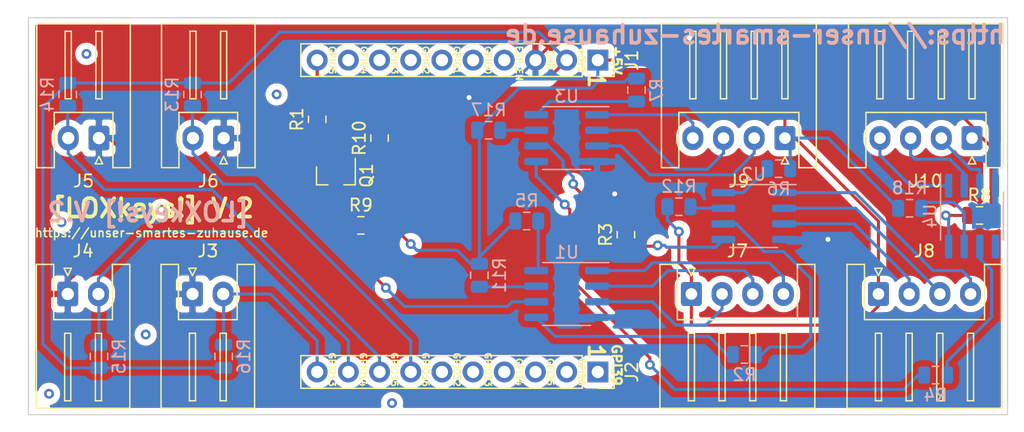
<source format=kicad_pcb>
(kicad_pcb (version 20171130) (host pcbnew "(5.1.5)-3")
  (layers (0 F.Cu signal) (31 B.Cu signal) (34 B.Paste user) (35 F.Paste user) (36 B.SilkS user hide) (37 F.SilkS user) (38 B.Mask user) (39 F.Mask user) (44 Edge.Cuts user))
  (net 0 "")
  (net 1 "Net-(Q1-Pad3)")
  (net 2 "Net-(Q1-Pad2)")
  (net 3 "Net-(J7-Pad4)")
  (net 4 "Net-(J7-Pad3)")
  (net 5 "Net-(J7-Pad2)")
  (net 6 "Net-(J8-Pad4)")
  (net 7 "Net-(J8-Pad3)")
  (net 8 "Net-(J8-Pad2)")
  (net 9 "Net-(J9-Pad4)")
  (net 10 "Net-(J9-Pad3)")
  (net 11 "Net-(J9-Pad2)")
  (net 12 "Net-(J10-Pad4)")
  (net 13 "Net-(J10-Pad3)")
  (net 14 "Net-(J10-Pad2)")
  (net 15 /GPIO5)
  (net 16 /GPIO4)
  (net 17 /GPIO3)
  (net 18 /GPIO2)
  (net 19 /GPIO1)
  (net 20 /GPIO0)
  (net 21 /ESP_EN)
  (net 22 GND)
  (net 23 +3V3)
  (net 24 +5V)
  (net 25 /GPIO13)
  (net 26 /GPIO14)
  (net 27 /GPIO15)
  (net 28 /GPIO16)
  (net 29 /GPIO32)
  (net 30 /GPIO33)
  (net 31 /GPI34)
  (net 32 /GPI35)
  (net 33 /GPI36)
  (net 34 /GPI39)
  (net 35 "Net-(R2-Pad2)")
  (net 36 "Net-(R2-Pad1)")
  (net 37 "Net-(R3-Pad2)")
  (net 38 "Net-(R3-Pad1)")
  (net 39 "Net-(R4-Pad2)")
  (net 40 "Net-(R4-Pad1)")
  (net 41 "Net-(R5-Pad1)")
  (net 42 "Net-(R6-Pad1)")
  (net 43 "Net-(R7-Pad1)")
  (net 44 "Net-(R8-Pad1)")
  (net 45 "Net-(R11-Pad1)")
  (net 46 "Net-(R12-Pad1)")
  (net 47 "Net-(R17-Pad1)")
  (net 48 "Net-(R18-Pad1)")
  (net 49 "Net-(U4-Pad5)")
  (module Connector_JST:JST_XH_S4B-XH-A_1x04_P2.50mm_Horizontal (layer F.Cu) (at 142.24 81.28)
    (fp_text reference J7 (at 3.75 -3.5) (layer F.SilkS))
    (fp_text value Conn_01x04_Male)
    (pad 4 thru_hole oval (at 7.5 0) (size 1.7 1.95) (drill 0.95) (layers *.Cu *.Mask) (net 3 "Net-(J7-Pad4)"))
    (pad 3 thru_hole oval (at 5 0) (size 1.7 1.95) (drill 0.95) (layers *.Cu *.Mask) (net 4 "Net-(J7-Pad3)"))
    (pad 2 thru_hole oval (at 2.5 0) (size 1.7 1.95) (drill 0.95) (layers *.Cu *.Mask) (net 5 "Net-(J7-Pad2)"))
    (pad 1 thru_hole roundrect (at 0 0) (size 1.7 1.95) (drill 0.95) (layers *.Cu *.Mask) (roundrect_rratio 0.147059) (net 24 +5V))
  )
  (module Connector_JST:JST_XH_S4B-XH-A_1x04_P2.50mm_Horizontal (layer F.Cu) (at 165.1 68.58 180)
    (fp_text reference J10 (at 3.75 -3.5) (layer F.SilkS))
    (fp_text value Conn_01x04_Male)
    (pad 4 thru_hole oval (at 7.5 0 180) (size 1.7 1.95) (drill 0.95) (layers *.Cu *.Mask) (net 12 "Net-(J10-Pad4)"))
    (pad 3 thru_hole oval (at 5 0 180) (size 1.7 1.95) (drill 0.95) (layers *.Cu *.Mask) (net 13 "Net-(J10-Pad3)"))
    (pad 2 thru_hole oval (at 2.5 0 180) (size 1.7 1.95) (drill 0.95) (layers *.Cu *.Mask) (net 14 "Net-(J10-Pad2)"))
    (pad 1 thru_hole roundrect (at 0 0 180) (size 1.7 1.95) (drill 0.95) (layers *.Cu *.Mask) (roundrect_rratio 0.147059) (net 24 +5V))
  )
  (module Package_SO:SOIC-8_3.9x4.9mm_P1.27mm (layer B.Cu) (at 165.1 74.93 270)
    (fp_text reference U4 (at 0 3.4 90) (layer B.SilkS) (effects (justify mirror)))
    (fp_text value WS2811)
    (pad 8 smd roundrect (at 2.475 1.905 270) (size 1.95 0.6) (layers B.Cu B.Paste B.Mask) (net 44 "Net-(R8-Pad1)"))
    (pad 7 smd roundrect (at 2.475 0.635 270) (size 1.95 0.6) (layers B.Cu B.Paste B.Mask) (net 48 "Net-(R18-Pad1)"))
    (pad 6 smd roundrect (at 2.475 -0.635 270) (size 1.95 0.6) (layers B.Cu B.Paste B.Mask) (net 39 "Net-(R4-Pad2)"))
    (pad 5 smd roundrect (at 2.475 -1.905 270) (size 1.95 0.6) (layers B.Cu B.Paste B.Mask) (net 49 "Net-(U4-Pad5)"))
    (pad 4 smd roundrect (at -2.475 -1.905 270) (size 1.95 0.6) (layers B.Cu B.Paste B.Mask) (net 22 GND))
    (pad 3 smd roundrect (at -2.475 -0.635 270) (size 1.95 0.6) (layers B.Cu B.Paste B.Mask) (net 14 "Net-(J10-Pad2)"))
    (pad 2 smd roundrect (at -2.475 0.635 270) (size 1.95 0.6) (layers B.Cu B.Paste B.Mask) (net 13 "Net-(J10-Pad3)"))
    (pad 1 smd roundrect (at -2.475 1.905 270) (size 1.95 0.6) (layers B.Cu B.Paste B.Mask) (net 12 "Net-(J10-Pad4)"))
  )
  (module Package_SO:SOIC-8_3.9x4.9mm_P1.27mm (layer B.Cu) (at 132.08 68.58 180)
    (fp_text reference U3 (at 0 3.4) (layer B.SilkS) (effects (justify mirror)))
    (fp_text value WS2811)
    (pad 8 smd roundrect (at 2.475 1.905 180) (size 1.95 0.6) (layers B.Cu B.Paste B.Mask) (net 43 "Net-(R7-Pad1)"))
    (pad 7 smd roundrect (at 2.475 0.635 180) (size 1.95 0.6) (layers B.Cu B.Paste B.Mask) (net 47 "Net-(R17-Pad1)"))
    (pad 6 smd roundrect (at 2.475 -0.635 180) (size 1.95 0.6) (layers B.Cu B.Paste B.Mask) (net 37 "Net-(R3-Pad2)"))
    (pad 5 smd roundrect (at 2.475 -1.905 180) (size 1.95 0.6) (layers B.Cu B.Paste B.Mask) (net 40 "Net-(R4-Pad1)"))
    (pad 4 smd roundrect (at -2.475 -1.905 180) (size 1.95 0.6) (layers B.Cu B.Paste B.Mask) (net 22 GND))
    (pad 3 smd roundrect (at -2.475 -0.635 180) (size 1.95 0.6) (layers B.Cu B.Paste B.Mask) (net 11 "Net-(J9-Pad2)"))
    (pad 2 smd roundrect (at -2.475 0.635 180) (size 1.95 0.6) (layers B.Cu B.Paste B.Mask) (net 10 "Net-(J9-Pad3)"))
    (pad 1 smd roundrect (at -2.475 1.905 180) (size 1.95 0.6) (layers B.Cu B.Paste B.Mask) (net 9 "Net-(J9-Pad4)"))
  )
  (module Package_SO:SOIC-8_3.9x4.9mm_P1.27mm (layer B.Cu) (at 147.32 74.93 180)
    (fp_text reference U2 (at 0 3.4 180) (layer B.SilkS) (effects (justify mirror)))
    (fp_text value WS2811)
    (pad 8 smd roundrect (at 2.475 1.905 180) (size 1.95 0.6) (layers B.Cu B.Paste B.Mask) (net 42 "Net-(R6-Pad1)"))
    (pad 7 smd roundrect (at 2.475 0.635 180) (size 1.95 0.6) (layers B.Cu B.Paste B.Mask) (net 46 "Net-(R12-Pad1)"))
    (pad 6 smd roundrect (at 2.475 -0.635 180) (size 1.95 0.6) (layers B.Cu B.Paste B.Mask) (net 35 "Net-(R2-Pad2)"))
    (pad 5 smd roundrect (at 2.475 -1.905 180) (size 1.95 0.6) (layers B.Cu B.Paste B.Mask) (net 38 "Net-(R3-Pad1)"))
    (pad 4 smd roundrect (at -2.475 -1.905 180) (size 1.95 0.6) (layers B.Cu B.Paste B.Mask) (net 22 GND))
    (pad 3 smd roundrect (at -2.475 -0.635 180) (size 1.95 0.6) (layers B.Cu B.Paste B.Mask) (net 8 "Net-(J8-Pad2)"))
    (pad 2 smd roundrect (at -2.475 0.635 180) (size 1.95 0.6) (layers B.Cu B.Paste B.Mask) (net 7 "Net-(J8-Pad3)"))
    (pad 1 smd roundrect (at -2.475 1.905 180) (size 1.95 0.6) (layers B.Cu B.Paste B.Mask) (net 6 "Net-(J8-Pad4)"))
  )
  (module Package_SO:SOIC-8_3.9x4.9mm_P1.27mm (layer B.Cu) (at 132.08 81.28 180)
    (fp_text reference U1 (at 0 3.4 180) (layer B.SilkS) (effects (justify mirror)))
    (fp_text value WS2811)
    (pad 8 smd roundrect (at 2.475 1.905 180) (size 1.95 0.6) (layers B.Cu B.Paste B.Mask) (net 41 "Net-(R5-Pad1)"))
    (pad 7 smd roundrect (at 2.475 0.635 180) (size 1.95 0.6) (layers B.Cu B.Paste B.Mask) (net 45 "Net-(R11-Pad1)"))
    (pad 6 smd roundrect (at 2.475 -0.635 180) (size 1.95 0.6) (layers B.Cu B.Paste B.Mask) (net 1 "Net-(Q1-Pad3)"))
    (pad 5 smd roundrect (at 2.475 -1.905 180) (size 1.95 0.6) (layers B.Cu B.Paste B.Mask) (net 36 "Net-(R2-Pad1)"))
    (pad 4 smd roundrect (at -2.475 -1.905 180) (size 1.95 0.6) (layers B.Cu B.Paste B.Mask) (net 22 GND))
    (pad 3 smd roundrect (at -2.475 -0.635 180) (size 1.95 0.6) (layers B.Cu B.Paste B.Mask) (net 5 "Net-(J7-Pad2)"))
    (pad 2 smd roundrect (at -2.475 0.635 180) (size 1.95 0.6) (layers B.Cu B.Paste B.Mask) (net 4 "Net-(J7-Pad3)"))
    (pad 1 smd roundrect (at -2.475 1.905 180) (size 1.95 0.6) (layers B.Cu B.Paste B.Mask) (net 3 "Net-(J7-Pad4)"))
  )
  (module Resistor_SMD:R_0805_2012Metric (layer B.Cu) (at 160.02 74.295 180)
    (fp_text reference R18 (at 0 1.65) (layer B.SilkS) (effects (justify mirror)))
    (fp_text value 0)
    (pad 2 smd roundrect (at 0.9375 0 180) (size 0.975 1.4) (layers B.Cu B.Paste B.Mask) (net 24 +5V))
    (pad 1 smd roundrect (at -0.9375 0 180) (size 0.975 1.4) (layers B.Cu B.Paste B.Mask) (net 48 "Net-(R18-Pad1)"))
  )
  (module Resistor_SMD:R_0805_2012Metric (layer B.Cu) (at 125.73 67.945 180)
    (fp_text reference R17 (at 0 1.65) (layer B.SilkS) (effects (justify mirror)))
    (fp_text value 0)
    (pad 2 smd roundrect (at 0.9375 0 180) (size 0.975 1.4) (layers B.Cu B.Paste B.Mask) (net 24 +5V))
    (pad 1 smd roundrect (at -0.9375 0 180) (size 0.975 1.4) (layers B.Cu B.Paste B.Mask) (net 47 "Net-(R17-Pad1)"))
  )
  (module Resistor_SMD:R_0805_2012Metric (layer B.Cu) (at 104.14 86.36 90)
    (fp_text reference R16 (at 0 1.65 90) (layer B.SilkS) (effects (justify mirror)))
    (fp_text value 4K7)
    (pad 2 smd roundrect (at 0.9375 0 90) (size 0.975 1.4) (layers B.Cu B.Paste B.Mask) (net 25 /GPIO13))
    (pad 1 smd roundrect (at -0.9375 0 90) (size 0.975 1.4) (layers B.Cu B.Paste B.Mask) (net 23 +3V3))
  )
  (module Resistor_SMD:R_0805_2012Metric (layer B.Cu) (at 93.98 86.36 90)
    (fp_text reference R15 (at 0 1.65 270) (layer B.SilkS) (effects (justify mirror)))
    (fp_text value 4K7)
    (pad 2 smd roundrect (at 0.9375 0 90) (size 0.975 1.4) (layers B.Cu B.Paste B.Mask) (net 26 /GPIO14))
    (pad 1 smd roundrect (at -0.9375 0 90) (size 0.975 1.4) (layers B.Cu B.Paste B.Mask) (net 23 +3V3))
  )
  (module Resistor_SMD:R_0805_2012Metric (layer B.Cu) (at 91.44 65.024 270)
    (fp_text reference R14 (at 0 1.65 90) (layer B.SilkS) (effects (justify mirror)))
    (fp_text value 4K7)
    (pad 2 smd roundrect (at 0.9375 0 270) (size 0.975 1.4) (layers B.Cu B.Paste B.Mask) (net 27 /GPIO15))
    (pad 1 smd roundrect (at -0.9375 0 270) (size 0.975 1.4) (layers B.Cu B.Paste B.Mask) (net 23 +3V3))
  )
  (module Resistor_SMD:R_0805_2012Metric (layer B.Cu) (at 101.6 65.024 270)
    (fp_text reference R13 (at 0 1.65 90) (layer B.SilkS) (effects (justify mirror)))
    (fp_text value 4K7)
    (pad 2 smd roundrect (at 0.9375 0 270) (size 0.975 1.4) (layers B.Cu B.Paste B.Mask) (net 28 /GPIO16))
    (pad 1 smd roundrect (at -0.9375 0 270) (size 0.975 1.4) (layers B.Cu B.Paste B.Mask) (net 23 +3V3))
  )
  (module Resistor_SMD:R_0805_2012Metric (layer B.Cu) (at 141.224 74.168 180)
    (fp_text reference R12 (at 0 1.65) (layer B.SilkS) (effects (justify mirror)))
    (fp_text value 0)
    (pad 2 smd roundrect (at 0.9375 0 180) (size 0.975 1.4) (layers B.Cu B.Paste B.Mask) (net 24 +5V))
    (pad 1 smd roundrect (at -0.9375 0 180) (size 0.975 1.4) (layers B.Cu B.Paste B.Mask) (net 46 "Net-(R12-Pad1)"))
  )
  (module Resistor_SMD:R_0805_2012Metric (layer B.Cu) (at 124.968 79.756 90)
    (fp_text reference R11 (at 0 1.65 270) (layer B.SilkS) (effects (justify mirror)))
    (fp_text value 0)
    (pad 2 smd roundrect (at 0.9375 0 90) (size 0.975 1.4) (layers B.Cu B.Paste B.Mask) (net 24 +5V))
    (pad 1 smd roundrect (at -0.9375 0 90) (size 0.975 1.4) (layers B.Cu B.Paste B.Mask) (net 45 "Net-(R11-Pad1)"))
  )
  (module Resistor_SMD:R_0805_2012Metric (layer F.Cu) (at 116.84 68.58 90)
    (fp_text reference R10 (at 0 -1.65 90) (layer F.SilkS))
    (fp_text value 10K)
    (pad 2 smd roundrect (at 0.9375 0 90) (size 0.975 1.4) (layers F.Cu F.Paste F.Mask) (net 2 "Net-(Q1-Pad2)"))
    (pad 1 smd roundrect (at -0.9375 0 90) (size 0.975 1.4) (layers F.Cu F.Paste F.Mask) (net 23 +3V3))
  )
  (module Resistor_SMD:R_0805_2012Metric (layer F.Cu) (at 115.316 75.692)
    (fp_text reference R9 (at 0 -1.65) (layer F.SilkS))
    (fp_text value 10K)
    (pad 2 smd roundrect (at 0.9375 0) (size 0.975 1.4) (layers F.Cu F.Paste F.Mask) (net 24 +5V))
    (pad 1 smd roundrect (at -0.9375 0) (size 0.975 1.4) (layers F.Cu F.Paste F.Mask) (net 1 "Net-(Q1-Pad3)"))
  )
  (module Resistor_SMD:R_0805_2012Metric (layer F.Cu) (at 165.7096 74.8792)
    (fp_text reference R8 (at 0 -1.65) (layer F.SilkS))
    (fp_text value 100)
    (pad 2 smd roundrect (at 0.9375 0) (size 0.975 1.4) (layers F.Cu F.Paste F.Mask) (net 24 +5V))
    (pad 1 smd roundrect (at -0.9375 0) (size 0.975 1.4) (layers F.Cu F.Paste F.Mask) (net 44 "Net-(R8-Pad1)"))
  )
  (module Resistor_SMD:R_0805_2012Metric (layer B.Cu) (at 137.7696 64.6684 90)
    (fp_text reference R7 (at 0 1.65 90) (layer B.SilkS) (effects (justify mirror)))
    (fp_text value 100)
    (pad 2 smd roundrect (at 0.9375 0 90) (size 0.975 1.4) (layers B.Cu B.Paste B.Mask) (net 24 +5V))
    (pad 1 smd roundrect (at -0.9375 0 90) (size 0.975 1.4) (layers B.Cu B.Paste B.Mask) (net 43 "Net-(R7-Pad1)"))
  )
  (module Resistor_SMD:R_0805_2012Metric (layer B.Cu) (at 149.352 71.0692)
    (fp_text reference R6 (at 0 1.65) (layer B.SilkS) (effects (justify mirror)))
    (fp_text value 100)
    (pad 2 smd roundrect (at 0.9375 0) (size 0.975 1.4) (layers B.Cu B.Paste B.Mask) (net 24 +5V))
    (pad 1 smd roundrect (at -0.9375 0) (size 0.975 1.4) (layers B.Cu B.Paste B.Mask) (net 42 "Net-(R6-Pad1)"))
  )
  (module Resistor_SMD:R_0805_2012Metric (layer B.Cu) (at 128.8288 75.3364 180)
    (fp_text reference R5 (at 0 1.65) (layer B.SilkS) (effects (justify mirror)))
    (fp_text value 100)
    (pad 2 smd roundrect (at 0.9375 0 180) (size 0.975 1.4) (layers B.Cu B.Paste B.Mask) (net 24 +5V))
    (pad 1 smd roundrect (at -0.9375 0 180) (size 0.975 1.4) (layers B.Cu B.Paste B.Mask) (net 41 "Net-(R5-Pad1)"))
  )
  (module Resistor_SMD:R_0805_2012Metric (layer B.Cu) (at 162.1305 87.884)
    (fp_text reference R4 (at 0 1.65) (layer B.SilkS) (effects (justify mirror)))
    (fp_text value 33)
    (pad 2 smd roundrect (at 0.9375 0) (size 0.975 1.4) (layers B.Cu B.Paste B.Mask) (net 39 "Net-(R4-Pad2)"))
    (pad 1 smd roundrect (at -0.9375 0) (size 0.975 1.4) (layers B.Cu B.Paste B.Mask) (net 40 "Net-(R4-Pad1)"))
  )
  (module Resistor_SMD:R_0805_2012Metric (layer F.Cu) (at 136.906 76.454 90)
    (fp_text reference R3 (at 0 -1.65 90) (layer F.SilkS))
    (fp_text value 33)
    (pad 2 smd roundrect (at 0.9375 0 90) (size 0.975 1.4) (layers F.Cu F.Paste F.Mask) (net 37 "Net-(R3-Pad2)"))
    (pad 1 smd roundrect (at -0.9375 0 90) (size 0.975 1.4) (layers F.Cu F.Paste F.Mask) (net 38 "Net-(R3-Pad1)"))
  )
  (module Resistor_SMD:R_0805_2012Metric (layer B.Cu) (at 146.558 86.2076)
    (fp_text reference R2 (at 0 1.65) (layer B.SilkS) (effects (justify mirror)))
    (fp_text value 33)
    (pad 2 smd roundrect (at 0.9375 0) (size 0.975 1.4) (layers B.Cu B.Paste B.Mask) (net 35 "Net-(R2-Pad2)"))
    (pad 1 smd roundrect (at -0.9375 0) (size 0.975 1.4) (layers B.Cu B.Paste B.Mask) (net 36 "Net-(R2-Pad1)"))
  )
  (module Resistor_SMD:R_0805_2012Metric (layer F.Cu) (at 111.76 67.056 90)
    (fp_text reference R1 (at 0 -1.65 90) (layer F.SilkS))
    (fp_text value 300)
    (pad 2 smd roundrect (at 0.9375 0 90) (size 0.975 1.4) (layers F.Cu F.Paste F.Mask) (net 15 /GPIO5))
    (pad 1 smd roundrect (at -0.9375 0 90) (size 0.975 1.4) (layers F.Cu F.Paste F.Mask) (net 2 "Net-(Q1-Pad2)"))
  )
  (module Package_TO_SOT_SMD:SOT-23 (layer F.Cu) (at 113.284 71.628 270)
    (fp_text reference Q1 (at 0 -2.5 90) (layer F.SilkS))
    (fp_text value BSS138)
    (pad 3 smd rect (at 1 0 270) (size 0.9 0.8) (layers F.Cu F.Paste F.Mask) (net 1 "Net-(Q1-Pad3)"))
    (pad 2 smd rect (at -1 0.95 270) (size 0.9 0.8) (layers F.Cu F.Paste F.Mask) (net 2 "Net-(Q1-Pad2)"))
    (pad 1 smd rect (at -1 -0.95 270) (size 0.9 0.8) (layers F.Cu F.Paste F.Mask) (net 23 +3V3))
  )
  (module Connector_JST:JST_XH_S4B-XH-A_1x04_P2.50mm_Horizontal (layer F.Cu) (at 149.86 68.58 180)
    (fp_text reference J9 (at 3.75 -3.5) (layer F.SilkS))
    (fp_text value Conn_01x04_Male)
    (pad 4 thru_hole oval (at 7.5 0 180) (size 1.7 1.95) (drill 0.95) (layers *.Cu *.Mask) (net 9 "Net-(J9-Pad4)"))
    (pad 3 thru_hole oval (at 5 0 180) (size 1.7 1.95) (drill 0.95) (layers *.Cu *.Mask) (net 10 "Net-(J9-Pad3)"))
    (pad 2 thru_hole oval (at 2.5 0 180) (size 1.7 1.95) (drill 0.95) (layers *.Cu *.Mask) (net 11 "Net-(J9-Pad2)"))
    (pad 1 thru_hole roundrect (at 0 0 180) (size 1.7 1.95) (drill 0.95) (layers *.Cu *.Mask) (roundrect_rratio 0.147059) (net 24 +5V))
  )
  (module Connector_JST:JST_XH_S4B-XH-A_1x04_P2.50mm_Horizontal (layer F.Cu) (at 157.48 81.28)
    (fp_text reference J8 (at 3.75 -3.5) (layer F.SilkS))
    (fp_text value Conn_01x04_Male)
    (pad 4 thru_hole oval (at 7.5 0) (size 1.7 1.95) (drill 0.95) (layers *.Cu *.Mask) (net 6 "Net-(J8-Pad4)"))
    (pad 3 thru_hole oval (at 5 0) (size 1.7 1.95) (drill 0.95) (layers *.Cu *.Mask) (net 7 "Net-(J8-Pad3)"))
    (pad 2 thru_hole oval (at 2.5 0) (size 1.7 1.95) (drill 0.95) (layers *.Cu *.Mask) (net 8 "Net-(J8-Pad2)"))
    (pad 1 thru_hole roundrect (at 0 0) (size 1.7 1.95) (drill 0.95) (layers *.Cu *.Mask) (roundrect_rratio 0.147059) (net 24 +5V))
  )
  (module Connector_JST:JST_XH_S2B-XH-A_1x02_P2.50mm_Horizontal (layer F.Cu) (at 104.14 68.58 180)
    (fp_text reference J6 (at 1.25 -3.5) (layer F.SilkS))
    (fp_text value Conn_01x02_Male)
    (pad 2 thru_hole oval (at 2.5 0 180) (size 1.7 2) (drill 1) (layers *.Cu *.Mask) (net 28 /GPIO16))
    (pad 1 thru_hole roundrect (at 0 0 180) (size 1.7 2) (drill 1) (layers *.Cu *.Mask) (roundrect_rratio 0.147059) (net 22 GND))
  )
  (module Connector_JST:JST_XH_S2B-XH-A_1x02_P2.50mm_Horizontal (layer F.Cu) (at 93.98 68.58 180)
    (fp_text reference J5 (at 1.25 -3.5) (layer F.SilkS))
    (fp_text value Conn_01x02_Male)
    (pad 2 thru_hole oval (at 2.5 0 180) (size 1.7 2) (drill 1) (layers *.Cu *.Mask) (net 27 /GPIO15))
    (pad 1 thru_hole roundrect (at 0 0 180) (size 1.7 2) (drill 1) (layers *.Cu *.Mask) (roundrect_rratio 0.147059) (net 22 GND))
  )
  (module Connector_JST:JST_XH_S2B-XH-A_1x02_P2.50mm_Horizontal (layer F.Cu) (at 91.44 81.28)
    (fp_text reference J4 (at 1.25 -3.5) (layer F.SilkS))
    (fp_text value Conn_01x02_Male)
    (pad 2 thru_hole oval (at 2.5 0) (size 1.7 2) (drill 1) (layers *.Cu *.Mask) (net 26 /GPIO14))
    (pad 1 thru_hole roundrect (at 0 0) (size 1.7 2) (drill 1) (layers *.Cu *.Mask) (roundrect_rratio 0.147059) (net 22 GND))
  )
  (module Connector_JST:JST_XH_S2B-XH-A_1x02_P2.50mm_Horizontal (layer F.Cu) (at 101.6 81.28)
    (fp_text reference J3 (at 1.25 -3.5) (layer F.SilkS))
    (fp_text value Conn_01x02_Male)
    (pad 2 thru_hole oval (at 2.5 0) (size 1.7 2) (drill 1) (layers *.Cu *.Mask) (net 25 /GPIO13))
    (pad 1 thru_hole roundrect (at 0 0) (size 1.7 2) (drill 1) (layers *.Cu *.Mask) (roundrect_rratio 0.147059) (net 22 GND))
  )
  (module Connector_PinSocket_2.54mm:PinSocket_1x10_P2.54mm_Vertical (layer F.Cu) (at 134.62 87.63 270)
    (fp_text reference J2 (at 0 -2.77 90) (layer F.SilkS))
    (fp_text value Conn_01x10_Female hide)
    (pad 10 thru_hole oval (at 0 22.86 270) (size 1.7 1.7) (drill 1) (layers *.Cu *.Mask) (net 25 /GPIO13))
    (pad 9 thru_hole oval (at 0 20.32 270) (size 1.7 1.7) (drill 1) (layers *.Cu *.Mask) (net 26 /GPIO14))
    (pad 8 thru_hole oval (at 0 17.78 270) (size 1.7 1.7) (drill 1) (layers *.Cu *.Mask) (net 27 /GPIO15))
    (pad 7 thru_hole oval (at 0 15.24 270) (size 1.7 1.7) (drill 1) (layers *.Cu *.Mask) (net 28 /GPIO16))
    (pad 6 thru_hole oval (at 0 12.7 270) (size 1.7 1.7) (drill 1) (layers *.Cu *.Mask) (net 29 /GPIO32))
    (pad 5 thru_hole oval (at 0 10.16 270) (size 1.7 1.7) (drill 1) (layers *.Cu *.Mask) (net 30 /GPIO33))
    (pad 4 thru_hole oval (at 0 7.62 270) (size 1.7 1.7) (drill 1) (layers *.Cu *.Mask) (net 31 /GPI34))
    (pad 3 thru_hole oval (at 0 5.08 270) (size 1.7 1.7) (drill 1) (layers *.Cu *.Mask) (net 32 /GPI35))
    (pad 2 thru_hole oval (at 0 2.54 270) (size 1.7 1.7) (drill 1) (layers *.Cu *.Mask) (net 33 /GPI36))
    (pad 1 thru_hole rect (at 0 0 270) (size 1.7 1.7) (drill 1) (layers *.Cu *.Mask) (net 34 /GPI39))
  )
  (module Connector_PinSocket_2.54mm:PinSocket_1x10_P2.54mm_Vertical (layer F.Cu) (at 134.62 62.23 270)
    (fp_text reference J1 (at 0 -2.77 90) (layer F.SilkS))
    (fp_text value Conn_01x10_Female hide)
    (pad 10 thru_hole oval (at 0 22.86 270) (size 1.7 1.7) (drill 1) (layers *.Cu *.Mask) (net 15 /GPIO5))
    (pad 9 thru_hole oval (at 0 20.32 270) (size 1.7 1.7) (drill 1) (layers *.Cu *.Mask) (net 16 /GPIO4))
    (pad 8 thru_hole oval (at 0 17.78 270) (size 1.7 1.7) (drill 1) (layers *.Cu *.Mask) (net 17 /GPIO3))
    (pad 7 thru_hole oval (at 0 15.24 270) (size 1.7 1.7) (drill 1) (layers *.Cu *.Mask) (net 18 /GPIO2))
    (pad 6 thru_hole oval (at 0 12.7 270) (size 1.7 1.7) (drill 1) (layers *.Cu *.Mask) (net 19 /GPIO1))
    (pad 5 thru_hole oval (at 0 10.16 270) (size 1.7 1.7) (drill 1) (layers *.Cu *.Mask) (net 20 /GPIO0))
    (pad 4 thru_hole oval (at 0 7.62 270) (size 1.7 1.7) (drill 1) (layers *.Cu *.Mask) (net 21 /ESP_EN))
    (pad 3 thru_hole oval (at 0 5.08 270) (size 1.7 1.7) (drill 1) (layers *.Cu *.Mask) (net 22 GND))
    (pad 2 thru_hole oval (at 0 2.54 270) (size 1.7 1.7) (drill 1) (layers *.Cu *.Mask) (net 23 +3V3))
    (pad 1 thru_hole rect (at 0 0 270) (size 1.7 1.7) (drill 1) (layers *.Cu *.Mask) (net 24 +5V))
  )
  (gr_line (start 167.9956 58.7756) (end 167.9956 91.1098) (layer Edge.Cuts) (width 0.1))
  (gr_line (start 88.2396 58.7756) (end 167.9956 58.7756) (layer Edge.Cuts) (width 0.1))
  (gr_line (start 88.2396 91.1098) (end 88.2396 58.7756) (layer Edge.Cuts) (width 0.1))
  (gr_line (start 167.9956 91.1098) (end 88.2396 91.1098) (layer Edge.Cuts) (width 0.1))
  (gr_text https://unser-smartes-zuhause.de (at 147.4216 60.1472) (layer B.SilkS) (effects (font (size 1.5 1.5) (thickness 0.3)) (justify mirror)))
  (gr_text "[LOXkeys!] V.2" (at 97.9932 74.6252) (layer B.SilkS) (effects (font (size 1.5 1.5) (thickness 0.3)) (justify mirror)))
  (gr_text https://unser-smartes-zuhause.de (at 98.2726 76.3016) (layer F.SilkS) (effects (font (size 0.7 0.7) (thickness 0.125))))
  (gr_text "[LOXkeys!] V.2" (at 98.3996 74.295) (layer F.SilkS) (effects (font (size 1.5 1.5) (thickness 0.3))))
  (gr_text GPIO4 (at 115.57 62.23 270) (layer F.SilkS) (effects (font (size 0.508 0.508) (thickness 0.127))))
  (gr_text +3V3 (at 133.2865 62.23 270) (layer F.SilkS) (effects (font (size 0.508 0.508) (thickness 0.127))))
  (gr_text GND (at 130.7465 62.23 270) (layer F.SilkS) (effects (font (size 0.508 0.508) (thickness 0.127))))
  (gr_text +5V (at 136.144 62.23 270) (layer F.SilkS) (effects (font (size 0.762 0.762) (thickness 0.1905))))
  (gr_text GPIO2 (at 120.5865 62.23 270) (layer F.SilkS) (effects (font (size 0.508 0.508) (thickness 0.127))))
  (gr_text GPIO1 (at 123.1265 62.23 270) (layer F.SilkS) (effects (font (size 0.508 0.508) (thickness 0.127))))
  (gr_text GPIO3 (at 118.0465 62.23 270) (layer F.SilkS) (effects (font (size 0.508 0.508) (thickness 0.127))))
  (gr_text 1 (at 134.493 63.881 270) (layer F.SilkS) (effects (font (size 1.27 1.27) (thickness 0.254))))
  (gr_text GPIO0 (at 125.6665 62.23 270) (layer F.SilkS) (effects (font (size 0.508 0.508) (thickness 0.127))))
  (gr_text GPIO5 (at 112.9665 62.23 270) (layer F.SilkS) (effects (font (size 0.508 0.508) (thickness 0.127))))
  (gr_text ESP_EN (at 128.2065 62.484 270) (layer F.SilkS) (effects (font (size 0.508 0.508) (thickness 0.127))))
  (gr_text GPI36 (at 133.2865 87.63 270) (layer F.SilkS) (effects (font (size 0.508 0.508) (thickness 0.127))))
  (gr_text 1 (at 134.493 85.979 270) (layer F.SilkS) (effects (font (size 1.27 1.27) (thickness 0.254))))
  (gr_text GPI34 (at 128.2065 87.63 270) (layer F.SilkS) (effects (font (size 0.508 0.508) (thickness 0.127))))
  (gr_text GPIO13 (at 112.9665 87.4395 270) (layer F.SilkS) (effects (font (size 0.508 0.508) (thickness 0.127))))
  (gr_text GPIO16 (at 120.5865 87.4395 270) (layer F.SilkS) (effects (font (size 0.508 0.508) (thickness 0.127))))
  (gr_text GPIO33 (at 125.6665 87.4395 270) (layer F.SilkS) (effects (font (size 0.508 0.508) (thickness 0.127))))
  (gr_text GPIO15 (at 118.0465 87.4395 270) (layer F.SilkS) (effects (font (size 0.508 0.508) (thickness 0.127))))
  (gr_text GPIO14 (at 115.5065 87.4395 270) (layer F.SilkS) (effects (font (size 0.508 0.508) (thickness 0.127))))
  (gr_text GPIO32 (at 123.1265 87.4395 270) (layer F.SilkS) (effects (font (size 0.508 0.508) (thickness 0.127))))
  (gr_text GPI35 (at 130.7465 87.63 270) (layer F.SilkS) (effects (font (size 0.508 0.508) (thickness 0.127))))
  (gr_text GPI39 (at 136.144 87.0585 270) (layer F.SilkS) (effects (font (size 0.762 0.762) (thickness 0.1905))))
  (via (at 108.458 65.024) (size 0.8) (drill 0.4) (layers F.Cu B.Cu) (net 0))
  (via (at 99.06 74.422) (size 0.8) (drill 0.4) (layers F.Cu B.Cu) (net 0))
  (via (at 90.932 75.438) (size 0.8) (drill 0.4) (layers F.Cu B.Cu) (net 0))
  (via (at 92.964 61.722) (size 0.8) (drill 0.4) (layers F.Cu B.Cu) (net 0))
  (via (at 97.79 84.582) (size 0.8) (drill 0.4) (layers F.Cu B.Cu) (net 0))
  (via (at 89.916 89.408) (size 0.8) (drill 0.4) (layers F.Cu B.Cu) (net 0))
  (via (at 117.856 90.17) (size 0.8) (drill 0.4) (layers F.Cu B.Cu) (net 0))
  (segment (start 113.284 74.5975) (end 114.3785 75.692) (width 0.25) (layer F.Cu) (net 1))
  (segment (start 113.284 72.628) (end 113.284 74.5975) (width 0.25) (layer F.Cu) (net 1))
  (segment (start 114.3785 75.692) (end 114.3785 77.8025) (width 0.25) (layer F.Cu) (net 1))
  (via (at 117.348 80.772) (size 0.8) (drill 0.4) (layers F.Cu B.Cu) (net 1))
  (segment (start 114.3785 77.8025) (end 117.348 80.772) (width 0.25) (layer F.Cu) (net 1))
  (segment (start 117.348 80.772) (end 118.872 82.296) (width 0.25) (layer B.Cu) (net 1))
  (segment (start 118.872 82.296) (end 127.254 82.296) (width 0.25) (layer B.Cu) (net 1))
  (segment (start 127.635 81.915) (end 129.605 81.915) (width 0.25) (layer B.Cu) (net 1))
  (segment (start 127.254 82.296) (end 127.635 81.915) (width 0.25) (layer B.Cu) (net 1))
  (segment (start 112.334 68.5675) (end 111.76 67.9935) (width 0.25) (layer F.Cu) (net 2))
  (segment (start 112.334 70.628) (end 112.334 68.5675) (width 0.25) (layer F.Cu) (net 2))
  (segment (start 112.111 67.6425) (end 111.76 67.9935) (width 0.25) (layer F.Cu) (net 2))
  (segment (start 116.84 67.6425) (end 112.111 67.6425) (width 0.25) (layer F.Cu) (net 2))
  (segment (start 149.74 80.055) (end 149.74 81.28) (width 0.25) (layer B.Cu) (net 3))
  (segment (start 134.555 79.375) (end 138.43 79.375) (width 0.25) (layer B.Cu) (net 3))
  (segment (start 138.43 79.375) (end 139.065 78.74) (width 0.25) (layer B.Cu) (net 3))
  (segment (start 139.065 78.74) (end 148.59 78.74) (width 0.25) (layer B.Cu) (net 3))
  (segment (start 149.74 79.89) (end 149.74 81.28) (width 0.25) (layer B.Cu) (net 3))
  (segment (start 148.59 78.74) (end 149.74 79.89) (width 0.25) (layer B.Cu) (net 3))
  (segment (start 147.24 80.055) (end 147.24 81.28) (width 0.25) (layer B.Cu) (net 4))
  (segment (start 140.335 79.375) (end 146.56 79.375) (width 0.25) (layer B.Cu) (net 4))
  (segment (start 139.065 80.645) (end 140.335 79.375) (width 0.25) (layer B.Cu) (net 4))
  (segment (start 146.56 79.375) (end 147.24 80.055) (width 0.25) (layer B.Cu) (net 4))
  (segment (start 134.555 80.645) (end 139.065 80.645) (width 0.25) (layer B.Cu) (net 4))
  (segment (start 144.74 82.505) (end 144.74 81.28) (width 0.25) (layer B.Cu) (net 5))
  (segment (start 143.425 83.82) (end 144.74 82.505) (width 0.25) (layer B.Cu) (net 5))
  (segment (start 140.97 83.82) (end 143.425 83.82) (width 0.25) (layer B.Cu) (net 5))
  (segment (start 139.065 81.915) (end 140.97 83.82) (width 0.25) (layer B.Cu) (net 5))
  (segment (start 134.555 81.915) (end 139.065 81.915) (width 0.25) (layer B.Cu) (net 5))
  (segment (start 164.98 80.055) (end 164.98 81.28) (width 0.25) (layer B.Cu) (net 6))
  (segment (start 161.925 79.375) (end 164.3 79.375) (width 0.25) (layer B.Cu) (net 6))
  (segment (start 155.575 73.025) (end 161.925 79.375) (width 0.25) (layer B.Cu) (net 6))
  (segment (start 164.3 79.375) (end 164.98 80.055) (width 0.25) (layer B.Cu) (net 6))
  (segment (start 149.795 73.025) (end 155.575 73.025) (width 0.25) (layer B.Cu) (net 6))
  (segment (start 162.48 81.155) (end 162.48 81.28) (width 0.25) (layer B.Cu) (net 7))
  (segment (start 155.62 74.295) (end 162.48 81.155) (width 0.25) (layer B.Cu) (net 7))
  (segment (start 149.795 74.295) (end 155.62 74.295) (width 0.25) (layer B.Cu) (net 7))
  (segment (start 155.49 75.565) (end 159.98 80.055) (width 0.25) (layer B.Cu) (net 8))
  (segment (start 159.98 80.055) (end 159.98 81.28) (width 0.25) (layer B.Cu) (net 8))
  (segment (start 149.795 75.565) (end 155.49 75.565) (width 0.25) (layer B.Cu) (net 8))
  (segment (start 142.36 67.355) (end 142.36 68.58) (width 0.25) (layer B.Cu) (net 9))
  (segment (start 141.68 66.675) (end 142.36 67.355) (width 0.25) (layer B.Cu) (net 9))
  (segment (start 134.555 66.675) (end 141.68 66.675) (width 0.25) (layer B.Cu) (net 9))
  (segment (start 144.86 69.805) (end 144.86 68.58) (width 0.25) (layer B.Cu) (net 10))
  (segment (start 143.545 71.12) (end 144.86 69.805) (width 0.25) (layer B.Cu) (net 10))
  (segment (start 137.795 67.945) (end 140.97 71.12) (width 0.25) (layer B.Cu) (net 10))
  (segment (start 140.97 71.12) (end 143.545 71.12) (width 0.25) (layer B.Cu) (net 10))
  (segment (start 134.555 67.945) (end 137.795 67.945) (width 0.25) (layer B.Cu) (net 10))
  (segment (start 134.555 69.215) (end 136.525 69.215) (width 0.25) (layer B.Cu) (net 11))
  (segment (start 147.36 69.805) (end 147.36 68.58) (width 0.25) (layer B.Cu) (net 11))
  (segment (start 145.594991 71.570009) (end 147.36 69.805) (width 0.25) (layer B.Cu) (net 11))
  (segment (start 138.880009 71.570009) (end 145.594991 71.570009) (width 0.25) (layer B.Cu) (net 11))
  (segment (start 136.525 69.215) (end 138.880009 71.570009) (width 0.25) (layer B.Cu) (net 11))
  (segment (start 163.195 72.455) (end 160.085 72.455) (width 0.25) (layer B.Cu) (net 12))
  (segment (start 157.6 69.97) (end 157.6 68.58) (width 0.25) (layer B.Cu) (net 12))
  (segment (start 160.085 72.455) (end 157.6 69.97) (width 0.25) (layer B.Cu) (net 12))
  (segment (start 163.28501 70.30001) (end 160.47001 70.30001) (width 0.25) (layer B.Cu) (net 13))
  (segment (start 164.465 72.455) (end 164.465 71.48) (width 0.25) (layer B.Cu) (net 13))
  (segment (start 164.465 71.48) (end 163.28501 70.30001) (width 0.25) (layer B.Cu) (net 13))
  (segment (start 160.1 69.93) (end 160.1 68.58) (width 0.25) (layer B.Cu) (net 13))
  (segment (start 160.47001 70.30001) (end 160.1 69.93) (width 0.25) (layer B.Cu) (net 13))
  (segment (start 165.735 72.455) (end 165.735 71.48) (width 0.25) (layer B.Cu) (net 14))
  (segment (start 165.735 72.455) (end 165.735 71.12) (width 0.25) (layer B.Cu) (net 14))
  (segment (start 162.6 68.705) (end 162.6 68.58) (width 0.25) (layer B.Cu) (net 14))
  (segment (start 165.015 71.12) (end 162.6 68.705) (width 0.25) (layer B.Cu) (net 14))
  (segment (start 165.735 71.12) (end 165.015 71.12) (width 0.25) (layer B.Cu) (net 14))
  (segment (start 111.76 66.1185) (end 111.76 62.23) (width 0.25) (layer F.Cu) (net 15))
  (segment (start 129.54 62.23) (end 127.762 64.008) (width 0.25) (layer B.Cu) (net 22))
  (segment (start 104.14 66.04) (end 104.14 68.58) (width 0.25) (layer B.Cu) (net 22))
  (segment (start 106.172 64.008) (end 104.14 66.04) (width 0.25) (layer B.Cu) (net 22))
  (segment (start 167.005 72.455) (end 167.005 66.0654) (width 0.25) (layer B.Cu) (net 22))
  (via (at 142.0876 60.4266) (size 0.8) (drill 0.4) (layers F.Cu B.Cu) (net 22))
  (segment (start 167.005 66.0654) (end 161.3662 60.4266) (width 0.25) (layer B.Cu) (net 22))
  (segment (start 161.3662 60.4266) (end 142.0876 60.4266) (width 0.25) (layer B.Cu) (net 22))
  (segment (start 131.3434 60.4266) (end 129.54 62.23) (width 0.25) (layer F.Cu) (net 22))
  (segment (start 142.0876 60.4266) (end 131.3434 60.4266) (width 0.25) (layer F.Cu) (net 22))
  (segment (start 150.095 77.135) (end 151.7094 77.135) (width 0.25) (layer B.Cu) (net 22))
  (segment (start 149.795 76.835) (end 150.095 77.135) (width 0.25) (layer B.Cu) (net 22))
  (via (at 153.3652 76.835) (size 0.8) (drill 0.4) (layers F.Cu B.Cu) (net 22))
  (segment (start 151.7094 77.135) (end 152.0094 76.835) (width 0.25) (layer B.Cu) (net 22))
  (segment (start 152.0094 76.835) (end 153.3652 76.835) (width 0.25) (layer B.Cu) (net 22))
  (segment (start 152.965201 76.435001) (end 152.965201 76.358801) (width 0.25) (layer F.Cu) (net 22))
  (segment (start 153.3652 76.835) (end 152.965201 76.435001) (width 0.25) (layer F.Cu) (net 22))
  (segment (start 152.965201 76.358801) (end 150.0886 73.4822) (width 0.25) (layer F.Cu) (net 22))
  (via (at 135.9916 73.1266) (size 0.8) (drill 0.4) (layers F.Cu B.Cu) (net 22))
  (segment (start 150.0886 73.4822) (end 142.868798 73.4822) (width 0.25) (layer F.Cu) (net 22))
  (segment (start 142.513198 73.1266) (end 135.9916 73.1266) (width 0.25) (layer F.Cu) (net 22))
  (segment (start 142.868798 73.4822) (end 142.513198 73.1266) (width 0.25) (layer F.Cu) (net 22))
  (segment (start 134.555 70.785) (end 134.555 70.485) (width 0.25) (layer B.Cu) (net 22))
  (segment (start 134.555 72.255685) (end 134.555 70.785) (width 0.25) (layer B.Cu) (net 22))
  (segment (start 135.425915 73.1266) (end 134.555 72.255685) (width 0.25) (layer B.Cu) (net 22))
  (segment (start 135.9916 73.1266) (end 135.425915 73.1266) (width 0.25) (layer B.Cu) (net 22))
  (segment (start 134.255 83.485) (end 133.142 83.485) (width 0.25) (layer B.Cu) (net 22))
  (segment (start 134.555 83.185) (end 134.255 83.485) (width 0.25) (layer B.Cu) (net 22))
  (segment (start 133.142 83.485) (end 132.1562 82.4992) (width 0.25) (layer B.Cu) (net 22))
  (segment (start 132.1562 76.962) (end 135.9916 73.1266) (width 0.25) (layer B.Cu) (net 22))
  (segment (start 132.1562 82.4992) (end 132.1562 76.962) (width 0.25) (layer B.Cu) (net 22))
  (segment (start 135.591601 72.726601) (end 135.591601 72.625001) (width 0.25) (layer F.Cu) (net 22))
  (segment (start 135.9916 73.1266) (end 135.591601 72.726601) (width 0.25) (layer F.Cu) (net 22))
  (segment (start 135.591601 72.625001) (end 131.9276 68.961) (width 0.25) (layer F.Cu) (net 22))
  (segment (start 131.9276 68.961) (end 131.9276 66.167) (width 0.25) (layer F.Cu) (net 22))
  (segment (start 131.9276 66.167) (end 131.0132 65.2526) (width 0.25) (layer F.Cu) (net 22))
  (segment (start 131.0132 65.2526) (end 124.1552 65.2526) (width 0.25) (layer F.Cu) (net 22))
  (via (at 124.1298 65.278) (size 0.8) (drill 0.4) (layers F.Cu B.Cu) (net 22))
  (segment (start 124.1552 65.2526) (end 124.1298 65.278) (width 0.25) (layer F.Cu) (net 22))
  (segment (start 123.425485 64.008) (end 122.1994 64.008) (width 0.25) (layer B.Cu) (net 22))
  (segment (start 124.1298 64.712315) (end 123.425485 64.008) (width 0.25) (layer B.Cu) (net 22))
  (segment (start 127.762 64.008) (end 122.1994 64.008) (width 0.25) (layer B.Cu) (net 22))
  (segment (start 124.1298 65.278) (end 124.1298 64.712315) (width 0.25) (layer B.Cu) (net 22))
  (segment (start 122.1994 64.008) (end 106.172 64.008) (width 0.25) (layer B.Cu) (net 22))
  (segment (start 91.44 80.28) (end 93.361 78.359) (width 0.25) (layer F.Cu) (net 22))
  (segment (start 91.44 81.28) (end 91.44 80.28) (width 0.25) (layer F.Cu) (net 22))
  (segment (start 101.6 79.8322) (end 101.6 81.28) (width 0.25) (layer F.Cu) (net 22))
  (segment (start 100.1268 78.359) (end 101.6 79.8322) (width 0.25) (layer F.Cu) (net 22))
  (segment (start 104.14 68.58) (end 104.14 69.58) (width 0.25) (layer F.Cu) (net 22))
  (segment (start 99.8982 73.8218) (end 99.8982 78.2828) (width 0.25) (layer F.Cu) (net 22))
  (segment (start 93.361 78.359) (end 99.8982 78.2828) (width 0.25) (layer F.Cu) (net 22))
  (segment (start 99.8982 78.2828) (end 100.1268 78.359) (width 0.25) (layer F.Cu) (net 22))
  (segment (start 99.91 73.66) (end 100.1268 73.66) (width 0.25) (layer F.Cu) (net 22))
  (segment (start 93.98 68.58) (end 94.83 68.58) (width 0.25) (layer F.Cu) (net 22))
  (segment (start 94.83 68.58) (end 99.91 73.66) (width 0.25) (layer F.Cu) (net 22))
  (segment (start 104.14 69.58) (end 100.1268 73.66) (width 0.25) (layer F.Cu) (net 22))
  (segment (start 100.1268 73.66) (end 99.8982 73.8218) (width 0.25) (layer F.Cu) (net 22))
  (segment (start 91.44 64.0865) (end 101.6 64.0865) (width 0.25) (layer B.Cu) (net 23))
  (segment (start 101.6 64.0865) (end 104.5695 64.0865) (width 0.25) (layer B.Cu) (net 23))
  (segment (start 104.5695 64.0865) (end 108.712 59.944) (width 0.25) (layer B.Cu) (net 23))
  (segment (start 129.794 59.944) (end 132.08 62.23) (width 0.25) (layer B.Cu) (net 23))
  (segment (start 108.712 59.944) (end 129.794 59.944) (width 0.25) (layer B.Cu) (net 23))
  (segment (start 131.230001 61.380001) (end 131.151999 61.380001) (width 0.25) (layer B.Cu) (net 23))
  (segment (start 132.08 62.23) (end 131.230001 61.380001) (width 0.25) (layer B.Cu) (net 23))
  (segment (start 104.14 87.2975) (end 93.98 87.2975) (width 0.25) (layer B.Cu) (net 23))
  (segment (start 93.98 87.2975) (end 91.3615 87.2975) (width 0.25) (layer B.Cu) (net 23))
  (segment (start 91.3615 87.2975) (end 89.408 85.344) (width 0.25) (layer B.Cu) (net 23))
  (segment (start 89.408 66.1185) (end 91.44 64.0865) (width 0.25) (layer B.Cu) (net 23))
  (segment (start 89.408 85.344) (end 89.408 66.1185) (width 0.25) (layer B.Cu) (net 23))
  (segment (start 115.7295 70.628) (end 116.84 69.5175) (width 0.25) (layer F.Cu) (net 23))
  (segment (start 114.234 70.628) (end 115.7295 70.628) (width 0.25) (layer F.Cu) (net 23))
  (segment (start 117.54 69.5175) (end 123.3035 63.754) (width 0.25) (layer F.Cu) (net 23))
  (segment (start 116.84 69.5175) (end 117.54 69.5175) (width 0.25) (layer F.Cu) (net 23))
  (segment (start 130.556 63.754) (end 132.08 62.23) (width 0.25) (layer F.Cu) (net 23))
  (segment (start 123.3035 63.754) (end 130.556 63.754) (width 0.25) (layer F.Cu) (net 23))
  (segment (start 134.62 62.23) (end 147.32 62.23) (width 0.25) (layer F.Cu) (net 24))
  (segment (start 147.32 62.23) (end 149.86 64.77) (width 0.25) (layer F.Cu) (net 24))
  (segment (start 149.86 68.58) (end 149.86 64.77) (width 0.25) (layer F.Cu) (net 24))
  (segment (start 165.1 67.605) (end 165.1 68.58) (width 0.25) (layer F.Cu) (net 24))
  (segment (start 162.265 64.77) (end 165.1 67.605) (width 0.25) (layer F.Cu) (net 24))
  (segment (start 149.86 64.77) (end 162.265 64.77) (width 0.25) (layer F.Cu) (net 24))
  (segment (start 150.71 68.58) (end 149.86 68.58) (width 0.25) (layer F.Cu) (net 24))
  (segment (start 157.48 75.35) (end 150.71 68.58) (width 0.25) (layer F.Cu) (net 24))
  (segment (start 157.48 81.28) (end 157.48 75.35) (width 0.25) (layer F.Cu) (net 24))
  (segment (start 142.24 81.28) (end 142.24 83.82) (width 0.25) (layer F.Cu) (net 24))
  (segment (start 157.48 82.255) (end 157.48 81.28) (width 0.25) (layer F.Cu) (net 24))
  (segment (start 155.915 83.82) (end 157.48 82.255) (width 0.25) (layer F.Cu) (net 24))
  (segment (start 142.24 83.82) (end 155.915 83.82) (width 0.25) (layer F.Cu) (net 24))
  (segment (start 124.968 68.1205) (end 124.7925 67.945) (width 0.25) (layer B.Cu) (net 24))
  (segment (start 124.968 78.8185) (end 124.968 68.1205) (width 0.25) (layer B.Cu) (net 24))
  (segment (start 124.7925 67.945) (end 128.2215 64.516) (width 0.25) (layer B.Cu) (net 24))
  (segment (start 128.2215 64.516) (end 134.112 64.516) (width 0.25) (layer B.Cu) (net 24))
  (segment (start 134.62 64.008) (end 134.62 62.23) (width 0.25) (layer B.Cu) (net 24))
  (segment (start 134.112 64.516) (end 134.62 64.008) (width 0.25) (layer B.Cu) (net 24))
  (via (at 141.224 76.2) (size 0.8) (drill 0.4) (layers F.Cu B.Cu) (net 24))
  (segment (start 140.2865 75.2625) (end 141.224 76.2) (width 0.25) (layer B.Cu) (net 24))
  (segment (start 140.2865 74.168) (end 140.2865 75.2625) (width 0.25) (layer B.Cu) (net 24))
  (segment (start 141.224 76.2) (end 141.224 78.74) (width 0.25) (layer F.Cu) (net 24))
  (segment (start 142.24 79.756) (end 142.24 81.28) (width 0.25) (layer F.Cu) (net 24))
  (segment (start 141.224 78.74) (end 142.24 79.756) (width 0.25) (layer F.Cu) (net 24))
  (segment (start 124.268 78.8185) (end 123.1735 77.724) (width 0.25) (layer B.Cu) (net 24))
  (segment (start 124.968 78.8185) (end 124.268 78.8185) (width 0.25) (layer B.Cu) (net 24))
  (via (at 119.38 77.216) (size 0.8) (drill 0.4) (layers F.Cu B.Cu) (net 24))
  (segment (start 123.1735 77.724) (end 119.888 77.724) (width 0.25) (layer B.Cu) (net 24))
  (segment (start 119.888 77.724) (end 119.38 77.216) (width 0.25) (layer B.Cu) (net 24))
  (segment (start 117.856 75.692) (end 116.2535 75.692) (width 0.25) (layer F.Cu) (net 24))
  (segment (start 119.38 77.216) (end 117.856 75.692) (width 0.25) (layer F.Cu) (net 24))
  (segment (start 124.968 78.2597) (end 127.8913 75.3364) (width 0.25) (layer B.Cu) (net 24))
  (segment (start 124.968 78.8185) (end 124.968 78.2597) (width 0.25) (layer B.Cu) (net 24))
  (segment (start 165.95 68.58) (end 165.1 68.58) (width 0.25) (layer F.Cu) (net 24))
  (segment (start 166.6471 69.2771) (end 165.95 68.58) (width 0.25) (layer F.Cu) (net 24))
  (segment (start 166.6471 74.8792) (end 166.6471 69.2771) (width 0.25) (layer F.Cu) (net 24))
  (segment (start 153.3675 68.58) (end 149.86 68.58) (width 0.25) (layer B.Cu) (net 24))
  (segment (start 159.0825 74.295) (end 153.3675 68.58) (width 0.25) (layer B.Cu) (net 24))
  (segment (start 150.2895 69.0095) (end 149.86 68.58) (width 0.25) (layer B.Cu) (net 24))
  (segment (start 150.2895 71.0692) (end 150.2895 69.0095) (width 0.25) (layer B.Cu) (net 24))
  (segment (start 136.7925 64.008) (end 134.62 64.008) (width 0.25) (layer B.Cu) (net 24))
  (segment (start 137.0696 63.7309) (end 136.7925 64.008) (width 0.25) (layer B.Cu) (net 24))
  (segment (start 137.7696 63.7309) (end 137.0696 63.7309) (width 0.25) (layer B.Cu) (net 24))
  (segment (start 104.1 81.28) (end 107.95 81.28) (width 0.25) (layer B.Cu) (net 25))
  (segment (start 111.76 85.09) (end 111.76 87.63) (width 0.25) (layer B.Cu) (net 25))
  (segment (start 107.95 81.28) (end 111.76 85.09) (width 0.25) (layer B.Cu) (net 25))
  (segment (start 104.14 81.32) (end 104.1 81.28) (width 0.25) (layer B.Cu) (net 25))
  (segment (start 104.14 85.4225) (end 104.14 81.32) (width 0.25) (layer B.Cu) (net 25))
  (segment (start 93.94 80.03) (end 97.77 76.2) (width 0.25) (layer B.Cu) (net 26))
  (segment (start 93.94 81.28) (end 93.94 80.03) (width 0.25) (layer B.Cu) (net 26))
  (segment (start 97.77 76.2) (end 105.41 76.2) (width 0.25) (layer B.Cu) (net 26))
  (segment (start 114.3 85.09) (end 114.3 87.63) (width 0.25) (layer B.Cu) (net 26))
  (segment (start 105.41 76.2) (end 114.3 85.09) (width 0.25) (layer B.Cu) (net 26))
  (segment (start 93.98 81.32) (end 93.94 81.28) (width 0.25) (layer B.Cu) (net 26))
  (segment (start 93.98 85.4225) (end 93.98 81.32) (width 0.25) (layer B.Cu) (net 26))
  (segment (start 103.192091 72.78001) (end 116.84 86.427919) (width 0.25) (layer B.Cu) (net 27))
  (segment (start 94.43001 72.78001) (end 103.192091 72.78001) (width 0.25) (layer B.Cu) (net 27))
  (segment (start 116.84 86.427919) (end 116.84 87.63) (width 0.25) (layer B.Cu) (net 27))
  (segment (start 91.48 69.83) (end 94.43001 72.78001) (width 0.25) (layer B.Cu) (net 27))
  (segment (start 91.48 68.58) (end 91.48 69.83) (width 0.25) (layer B.Cu) (net 27))
  (segment (start 91.44 68.54) (end 91.48 68.58) (width 0.25) (layer B.Cu) (net 27))
  (segment (start 91.44 65.9615) (end 91.44 68.54) (width 0.25) (layer B.Cu) (net 27))
  (segment (start 101.64 69.83) (end 104.14 72.33) (width 0.25) (layer B.Cu) (net 28))
  (segment (start 101.64 68.58) (end 101.64 69.83) (width 0.25) (layer B.Cu) (net 28))
  (segment (start 104.14 72.33) (end 106.62 72.33) (width 0.25) (layer B.Cu) (net 28))
  (segment (start 119.38 85.09) (end 119.38 87.63) (width 0.25) (layer B.Cu) (net 28))
  (segment (start 106.62 72.33) (end 119.38 85.09) (width 0.25) (layer B.Cu) (net 28))
  (segment (start 101.6 68.54) (end 101.64 68.58) (width 0.25) (layer B.Cu) (net 28))
  (segment (start 101.6 65.9615) (end 101.6 68.54) (width 0.25) (layer B.Cu) (net 28))
  (segment (start 145.8976 75.565) (end 144.845 75.565) (width 0.25) (layer B.Cu) (net 35))
  (segment (start 148.1582 77.8256) (end 145.8976 75.565) (width 0.25) (layer B.Cu) (net 35))
  (segment (start 149.7584 77.8256) (end 148.1582 77.8256) (width 0.25) (layer B.Cu) (net 35))
  (segment (start 151.9682 80.0354) (end 149.7584 77.8256) (width 0.25) (layer B.Cu) (net 35))
  (segment (start 147.983 86.2076) (end 148.5926 85.598) (width 0.25) (layer B.Cu) (net 35))
  (segment (start 151.9682 84.836) (end 151.9682 80.0354) (width 0.25) (layer B.Cu) (net 35))
  (segment (start 147.4955 86.2076) (end 147.983 86.2076) (width 0.25) (layer B.Cu) (net 35))
  (segment (start 148.5926 85.598) (end 151.2062 85.598) (width 0.25) (layer B.Cu) (net 35))
  (segment (start 151.2062 85.598) (end 151.9682 84.836) (width 0.25) (layer B.Cu) (net 35))
  (segment (start 143.6598 84.7344) (end 131.1544 84.7344) (width 0.25) (layer B.Cu) (net 36))
  (segment (start 131.1544 84.7344) (end 129.605 83.185) (width 0.25) (layer B.Cu) (net 36))
  (segment (start 145.6205 86.2076) (end 145.133 86.2076) (width 0.25) (layer B.Cu) (net 36))
  (segment (start 145.133 86.2076) (end 143.6598 84.7344) (width 0.25) (layer B.Cu) (net 36))
  (segment (start 136.906 75.5165) (end 135.6891 75.5165) (width 0.25) (layer F.Cu) (net 37))
  (via (at 132.6134 72.3138) (size 0.8) (drill 0.4) (layers F.Cu B.Cu) (net 37))
  (segment (start 135.6891 75.5165) (end 132.6134 72.4408) (width 0.25) (layer F.Cu) (net 37))
  (segment (start 132.6134 72.4408) (end 132.6134 72.3138) (width 0.25) (layer F.Cu) (net 37))
  (segment (start 132.6134 71.748115) (end 131.8006 70.935315) (width 0.25) (layer B.Cu) (net 37))
  (segment (start 132.6134 72.3138) (end 132.6134 71.748115) (width 0.25) (layer B.Cu) (net 37))
  (segment (start 130.58 69.215) (end 129.605 69.215) (width 0.25) (layer B.Cu) (net 37))
  (segment (start 131.8006 70.4356) (end 130.58 69.215) (width 0.25) (layer B.Cu) (net 37))
  (segment (start 131.8006 70.935315) (end 131.8006 70.4356) (width 0.25) (layer B.Cu) (net 37))
  (segment (start 136.906 77.3915) (end 139.4229 77.3915) (width 0.25) (layer F.Cu) (net 38))
  (via (at 139.4968 77.3176) (size 0.8) (drill 0.4) (layers F.Cu B.Cu) (net 38))
  (segment (start 139.4229 77.3915) (end 139.4968 77.3176) (width 0.25) (layer F.Cu) (net 38))
  (segment (start 140.062485 77.3176) (end 140.214885 77.47) (width 0.25) (layer B.Cu) (net 38))
  (segment (start 139.4968 77.3176) (end 140.062485 77.3176) (width 0.25) (layer B.Cu) (net 38))
  (segment (start 144.21 77.47) (end 144.845 76.835) (width 0.25) (layer B.Cu) (net 38))
  (segment (start 140.214885 77.47) (end 144.21 77.47) (width 0.25) (layer B.Cu) (net 38))
  (segment (start 166.7002 79.3452) (end 165.735 78.38) (width 0.25) (layer B.Cu) (net 39))
  (segment (start 166.7002 83.1596) (end 166.7002 79.3452) (width 0.25) (layer B.Cu) (net 39))
  (segment (start 163.068 86.7918) (end 166.7002 83.1596) (width 0.25) (layer B.Cu) (net 39))
  (segment (start 165.735 78.38) (end 165.735 77.405) (width 0.25) (layer B.Cu) (net 39))
  (segment (start 163.068 87.884) (end 163.068 86.7918) (width 0.25) (layer B.Cu) (net 39))
  (segment (start 160.7055 87.884) (end 159.5371 89.0524) (width 0.25) (layer B.Cu) (net 40))
  (segment (start 161.193 87.884) (end 160.7055 87.884) (width 0.25) (layer B.Cu) (net 40))
  (via (at 138.8618 87.0458) (size 0.8) (drill 0.4) (layers F.Cu B.Cu) (net 40))
  (segment (start 159.5371 89.0524) (end 140.8684 89.0524) (width 0.25) (layer B.Cu) (net 40))
  (segment (start 140.8684 89.0524) (end 138.8618 87.0458) (width 0.25) (layer B.Cu) (net 40))
  (segment (start 138.8618 86.480115) (end 132.334 79.952315) (width 0.25) (layer F.Cu) (net 40))
  (segment (start 138.8618 87.0458) (end 138.8618 86.480115) (width 0.25) (layer F.Cu) (net 40))
  (via (at 131.9276 73.9902) (size 0.8) (drill 0.4) (layers F.Cu B.Cu) (net 40))
  (segment (start 132.334 79.952315) (end 132.334 74.3966) (width 0.25) (layer F.Cu) (net 40))
  (segment (start 132.334 74.3966) (end 131.9276 73.9902) (width 0.25) (layer F.Cu) (net 40))
  (segment (start 129.605 71.6676) (end 129.605 70.485) (width 0.25) (layer B.Cu) (net 40))
  (segment (start 131.9276 73.9902) (end 129.605 71.6676) (width 0.25) (layer B.Cu) (net 40))
  (segment (start 129.7663 79.2137) (end 129.605 79.375) (width 0.25) (layer B.Cu) (net 41))
  (segment (start 129.7663 75.3364) (end 129.7663 79.2137) (width 0.25) (layer B.Cu) (net 41))
  (segment (start 146.4587 73.025) (end 144.845 73.025) (width 0.25) (layer B.Cu) (net 42))
  (segment (start 148.4145 71.0692) (end 146.4587 73.025) (width 0.25) (layer B.Cu) (net 42))
  (segment (start 130.6741 65.6059) (end 137.7696 65.6059) (width 0.25) (layer B.Cu) (net 43))
  (segment (start 129.605 66.675) (end 130.6741 65.6059) (width 0.25) (layer B.Cu) (net 43))
  (via (at 162.9664 74.8792) (size 0.8) (drill 0.4) (layers F.Cu B.Cu) (net 44))
  (segment (start 163.195 77.405) (end 163.195 75.1078) (width 0.25) (layer B.Cu) (net 44))
  (segment (start 163.195 75.1078) (end 162.9664 74.8792) (width 0.25) (layer B.Cu) (net 44))
  (segment (start 162.9664 74.8792) (end 164.7721 74.8792) (width 0.25) (layer F.Cu) (net 44))
  (segment (start 129.5565 80.6935) (end 129.605 80.645) (width 0.25) (layer B.Cu) (net 45))
  (segment (start 124.968 80.6935) (end 129.5565 80.6935) (width 0.25) (layer B.Cu) (net 45))
  (segment (start 142.2885 74.295) (end 142.1615 74.168) (width 0.25) (layer B.Cu) (net 46))
  (segment (start 144.845 74.295) (end 142.2885 74.295) (width 0.25) (layer B.Cu) (net 46))
  (segment (start 126.6675 67.945) (end 129.605 67.945) (width 0.25) (layer B.Cu) (net 47))
  (segment (start 161.443027 73.809473) (end 163.623873 73.809473) (width 0.25) (layer B.Cu) (net 48))
  (segment (start 160.9575 74.295) (end 161.443027 73.809473) (width 0.25) (layer B.Cu) (net 48))
  (segment (start 164.465 74.6506) (end 164.465 77.405) (width 0.25) (layer B.Cu) (net 48))
  (segment (start 163.623873 73.809473) (end 164.465 74.6506) (width 0.25) (layer B.Cu) (net 48))
  (zone (net 22) (net_name GND) (layer F.Cu) (connect_pads (clearance 0.508)) (min_thickness 0.254) (fill yes (arc_segments 32) (thermal_gap 0.508) (thermal_bridge_width 0.508))
    (polygon (pts (xy 167.9956 91.1098) (xy 88.265 91.1098) (xy 88.265 58.7756) (xy 167.9956 58.7756)))
  )
  (zone (net 22) (net_name GND) (layer B.Cu) (connect_pads (clearance 0.508)) (min_thickness 0.254) (fill yes (arc_segments 32) (thermal_gap 0.508) (thermal_bridge_width 0.508))
    (polygon (pts (xy 168.021 91.059) (xy 88.2904 91.059) (xy 88.2904 58.7248) (xy 168.021 58.7248)))
  )
)
</source>
